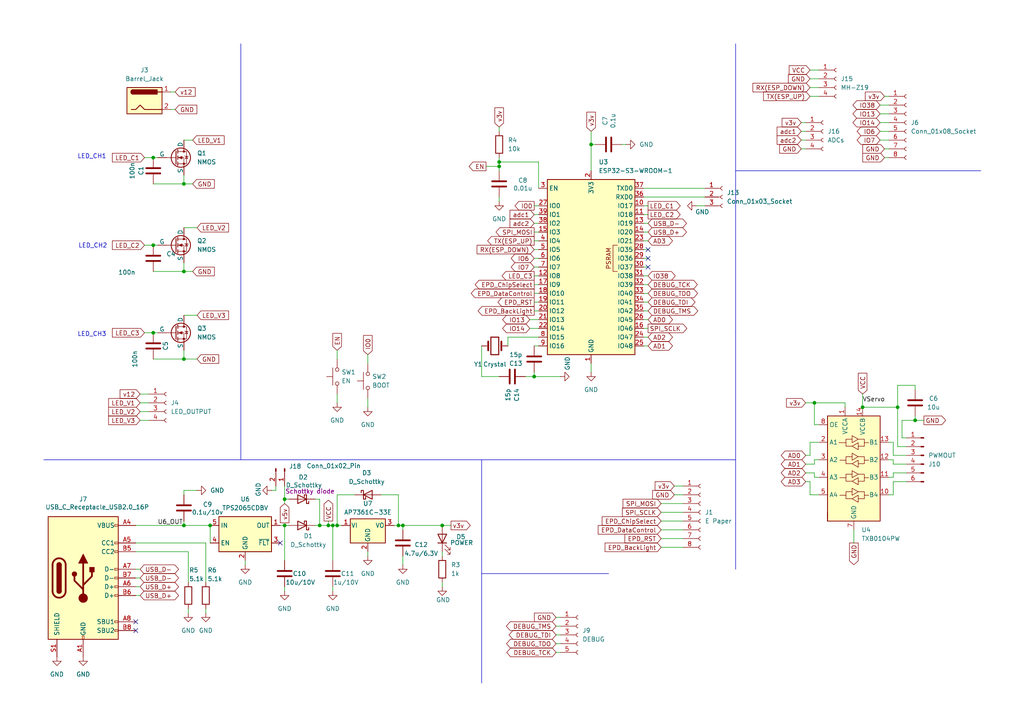
<source format=kicad_sch>
(kicad_sch (version 20231120) (generator "eeschema") (generator_version "8.0")
  (paper "A4")
  (junction (at 53.34 104.14))
  (junction (at 250.19 118.11))
  (junction (at 95.25 152.4))
  (junction (at 236.22 116.84))
  (junction (at 53.34 152.4))
  (junction (at 82.55 144.78))
  (junction (at 115.57 152.4))
  (junction (at 171.45 41.91))
  (junction (at 60.96 152.4))
  (junction (at 44.45 71.12))
  (junction (at 265.43 121.92))
  (junction (at 96.52 152.4))
  (junction (at 53.34 78.74))
  (junction (at 116.84 152.4))
  (junction (at 260.35 118.11))
  (junction (at 44.45 45.72))
  (junction (at 128.27 152.4))
  (junction (at 154.94 109.22))
  (junction (at 82.55 152.4))
  (junction (at 97.79 152.4))
  (junction (at 44.45 96.52))
  (junction (at 92.71 152.4))
  (junction (at 144.78 48.26))
  (junction (at 53.34 53.34))
  (junction (at 144.78 46.99))
  (no_connect (at 187.96 77.47))
  (no_connect (at 187.96 74.93))
  (no_connect (at 81.28 157.48))
  (no_connect (at 187.96 72.39))
  (no_connect (at 39.37 182.88))
  (no_connect (at 39.37 180.34))
  (wire (pts (xy 140.97 48.26) (xy 144.78 48.26)))
  (wire (pts (xy 44.45 96.52) (xy 45.72 96.52)))
  (wire (pts (xy 261.62 121.92) (xy 261.62 127)))
  (wire (pts (xy 144.78 109.22) (xy 139.7 109.22)))
  (wire (pts (xy 171.45 38.1) (xy 171.45 41.91)))
  (wire (pts (xy 153.67 92.71) (xy 156.21 92.71)))
  (wire (pts (xy 50.8 31.75) (xy 49.53 31.75)))
  (wire (pts (xy 236.22 138.43) (xy 237.49 138.43)))
  (wire (pts (xy 255.27 30.48) (xy 257.81 30.48)))
  (wire (pts (xy 256.54 45.72) (xy 257.81 45.72)))
  (wire (pts (xy 161.29 184.15) (xy 162.56 184.15)))
  (wire (pts (xy 78.74 142.24) (xy 80.01 142.24)))
  (wire (pts (xy 53.34 104.14) (xy 57.15 104.14)))
  (wire (pts (xy 259.08 139.7) (xy 262.89 139.7)))
  (wire (pts (xy 161.29 181.61) (xy 162.56 181.61)))
  (wire (pts (xy 233.68 137.16) (xy 236.22 137.16)))
  (wire (pts (xy 96.52 162.56) (xy 96.52 152.4)))
  (wire (pts (xy 40.64 119.38) (xy 43.18 119.38)))
  (wire (pts (xy 92.71 144.78) (xy 92.71 152.4)))
  (wire (pts (xy 161.29 189.23) (xy 162.56 189.23)))
  (wire (pts (xy 233.68 43.18) (xy 232.41 43.18)))
  (wire (pts (xy 154.94 82.55) (xy 156.21 82.55)))
  (wire (pts (xy 234.95 132.08) (xy 234.95 128.27)))
  (polyline (pts (xy 213.36 49.53) (xy 284.48 49.53)))
  (wire (pts (xy 80.01 142.24) (xy 80.01 140.97)))
  (wire (pts (xy 187.96 62.23) (xy 186.69 62.23)))
  (wire (pts (xy 53.34 66.04) (xy 57.15 66.04)))
  (wire (pts (xy 40.64 165.1) (xy 39.37 165.1)))
  (wire (pts (xy 91.44 144.78) (xy 92.71 144.78)))
  (wire (pts (xy 260.35 118.11) (xy 250.19 118.11)))
  (wire (pts (xy 53.34 53.34) (xy 55.88 53.34)))
  (wire (pts (xy 40.64 114.3) (xy 43.18 114.3)))
  (wire (pts (xy 233.68 139.7) (xy 234.95 139.7)))
  (wire (pts (xy 233.68 134.62) (xy 236.22 134.62)))
  (wire (pts (xy 154.94 87.63) (xy 156.21 87.63)))
  (wire (pts (xy 82.55 152.4) (xy 81.28 152.4)))
  (wire (pts (xy 152.4 109.22) (xy 154.94 109.22)))
  (wire (pts (xy 92.71 152.4) (xy 95.25 152.4)))
  (wire (pts (xy 187.96 77.47) (xy 186.69 77.47)))
  (wire (pts (xy 187.96 74.93) (xy 186.69 74.93)))
  (wire (pts (xy 265.43 111.76) (xy 265.43 113.03)))
  (wire (pts (xy 154.94 100.33) (xy 156.21 100.33)))
  (wire (pts (xy 259.08 134.62) (xy 262.89 134.62)))
  (wire (pts (xy 128.27 160.02) (xy 128.27 161.29)))
  (wire (pts (xy 187.96 64.77) (xy 186.69 64.77)))
  (wire (pts (xy 171.45 107.95) (xy 171.45 105.41)))
  (polyline (pts (xy 139.7 166.37) (xy 176.53 166.37)))
  (wire (pts (xy 257.81 138.43) (xy 259.08 138.43)))
  (wire (pts (xy 39.37 160.02) (xy 54.61 160.02)))
  (wire (pts (xy 161.29 179.07) (xy 162.56 179.07)))
  (wire (pts (xy 172.72 41.91) (xy 171.45 41.91)))
  (wire (pts (xy 95.25 151.13) (xy 95.25 152.4)))
  (wire (pts (xy 82.55 152.4) (xy 82.55 162.56)))
  (wire (pts (xy 40.64 167.64) (xy 39.37 167.64)))
  (wire (pts (xy 144.78 48.26) (xy 144.78 46.99)))
  (wire (pts (xy 191.77 153.67) (xy 198.12 153.67)))
  (wire (pts (xy 60.96 152.4) (xy 53.34 152.4)))
  (wire (pts (xy 233.68 132.08) (xy 234.95 132.08)))
  (wire (pts (xy 234.95 139.7) (xy 234.95 143.51)))
  (wire (pts (xy 260.35 111.76) (xy 265.43 111.76)))
  (wire (pts (xy 53.34 40.64) (xy 55.88 40.64)))
  (wire (pts (xy 40.64 116.84) (xy 43.18 116.84)))
  (wire (pts (xy 232.41 35.56) (xy 233.68 35.56)))
  (wire (pts (xy 57.15 142.24) (xy 53.34 142.24)))
  (wire (pts (xy 186.69 92.71) (xy 187.96 92.71)))
  (wire (pts (xy 187.96 72.39) (xy 186.69 72.39)))
  (wire (pts (xy 83.82 152.4) (xy 82.55 152.4)))
  (wire (pts (xy 39.37 170.18) (xy 40.64 170.18)))
  (wire (pts (xy 236.22 123.19) (xy 236.22 116.84)))
  (wire (pts (xy 147.32 100.33) (xy 147.32 97.79)))
  (wire (pts (xy 40.64 172.72) (xy 39.37 172.72)))
  (wire (pts (xy 153.67 95.25) (xy 156.21 95.25)))
  (wire (pts (xy 234.95 128.27) (xy 237.49 128.27)))
  (wire (pts (xy 59.69 157.48) (xy 59.69 168.91)))
  (wire (pts (xy 154.94 64.77) (xy 156.21 64.77)))
  (polyline (pts (xy 213.36 96.52) (xy 213.36 165.1)))
  (wire (pts (xy 110.49 143.51) (xy 115.57 143.51)))
  (wire (pts (xy 53.34 142.24) (xy 53.34 143.51)))
  (wire (pts (xy 236.22 116.84) (xy 245.11 116.84)))
  (wire (pts (xy 53.34 50.8) (xy 53.34 53.34)))
  (wire (pts (xy 156.21 46.99) (xy 156.21 54.61)))
  (wire (pts (xy 154.94 67.31) (xy 156.21 67.31)))
  (wire (pts (xy 191.77 151.13) (xy 198.12 151.13)))
  (wire (pts (xy 41.91 96.52) (xy 44.45 96.52)))
  (wire (pts (xy 232.41 38.1) (xy 233.68 38.1)))
  (wire (pts (xy 115.57 152.4) (xy 116.84 152.4)))
  (wire (pts (xy 54.61 177.8) (xy 54.61 176.53)))
  (wire (pts (xy 261.62 127) (xy 262.89 127)))
  (wire (pts (xy 44.45 45.72) (xy 45.72 45.72)))
  (wire (pts (xy 44.45 71.12) (xy 45.72 71.12)))
  (wire (pts (xy 44.45 53.34) (xy 53.34 53.34)))
  (wire (pts (xy 245.11 116.84) (xy 245.11 118.11)))
  (wire (pts (xy 154.94 72.39) (xy 156.21 72.39)))
  (wire (pts (xy 187.96 97.79) (xy 186.69 97.79)))
  (wire (pts (xy 260.35 129.54) (xy 262.89 129.54)))
  (wire (pts (xy 97.79 152.4) (xy 99.06 152.4)))
  (wire (pts (xy 128.27 152.4) (xy 130.81 152.4)))
  (polyline (pts (xy 213.36 12.7) (xy 213.36 49.53)))
  (wire (pts (xy 154.94 90.17) (xy 156.21 90.17)))
  (wire (pts (xy 187.96 100.33) (xy 186.69 100.33)))
  (wire (pts (xy 154.94 62.23) (xy 156.21 62.23)))
  (wire (pts (xy 233.68 116.84) (xy 236.22 116.84)))
  (wire (pts (xy 144.78 48.26) (xy 144.78 49.53)))
  (wire (pts (xy 255.27 33.02) (xy 257.81 33.02)))
  (wire (pts (xy 50.8 26.67) (xy 49.53 26.67)))
  (wire (pts (xy 53.34 151.13) (xy 53.34 152.4)))
  (wire (pts (xy 236.22 134.62) (xy 236.22 133.35)))
  (wire (pts (xy 161.29 186.69) (xy 162.56 186.69)))
  (wire (pts (xy 187.96 59.69) (xy 186.69 59.69)))
  (polyline (pts (xy 213.36 96.52) (xy 213.36 49.53)))
  (wire (pts (xy 260.35 118.11) (xy 260.35 129.54)))
  (wire (pts (xy 53.34 91.44) (xy 57.15 91.44)))
  (wire (pts (xy 234.95 143.51) (xy 237.49 143.51)))
  (wire (pts (xy 187.96 87.63) (xy 186.69 87.63)))
  (wire (pts (xy 265.43 121.92) (xy 267.97 121.92)))
  (wire (pts (xy 154.94 59.69) (xy 156.21 59.69)))
  (wire (pts (xy 236.22 133.35) (xy 237.49 133.35)))
  (wire (pts (xy 97.79 101.6) (xy 97.79 104.14)))
  (wire (pts (xy 171.45 41.91) (xy 171.45 49.53)))
  (wire (pts (xy 154.94 77.47) (xy 156.21 77.47)))
  (wire (pts (xy 59.69 177.8) (xy 59.69 176.53)))
  (wire (pts (xy 115.57 143.51) (xy 115.57 152.4)))
  (wire (pts (xy 154.94 74.93) (xy 156.21 74.93)))
  (polyline (pts (xy 12.7 133.35) (xy 139.7 133.35)))
  (wire (pts (xy 259.08 143.51) (xy 259.08 139.7)))
  (wire (pts (xy 237.49 123.19) (xy 236.22 123.19)))
  (wire (pts (xy 154.94 109.22) (xy 154.94 107.95)))
  (wire (pts (xy 259.08 132.08) (xy 262.89 132.08)))
  (wire (pts (xy 195.58 143.51) (xy 198.12 143.51)))
  (wire (pts (xy 116.84 152.4) (xy 128.27 152.4)))
  (wire (pts (xy 181.61 41.91) (xy 180.34 41.91)))
  (wire (pts (xy 102.87 143.51) (xy 97.79 143.51)))
  (wire (pts (xy 187.96 80.01) (xy 186.69 80.01)))
  (wire (pts (xy 53.34 101.6) (xy 53.34 104.14)))
  (wire (pts (xy 255.27 38.1) (xy 257.81 38.1)))
  (wire (pts (xy 256.54 43.18) (xy 257.81 43.18)))
  (wire (pts (xy 201.93 59.69) (xy 204.47 59.69)))
  (wire (pts (xy 53.34 78.74) (xy 55.88 78.74)))
  (wire (pts (xy 144.78 46.99) (xy 156.21 46.99)))
  (wire (pts (xy 261.62 121.92) (xy 265.43 121.92)))
  (wire (pts (xy 187.96 90.17) (xy 186.69 90.17)))
  (wire (pts (xy 106.68 161.29) (xy 106.68 160.02)))
  (wire (pts (xy 186.69 57.15) (xy 204.47 57.15)))
  (wire (pts (xy 236.22 137.16) (xy 236.22 138.43)))
  (wire (pts (xy 233.68 40.64) (xy 232.41 40.64)))
  (wire (pts (xy 259.08 133.35) (xy 259.08 134.62)))
  (wire (pts (xy 234.95 27.94) (xy 237.49 27.94)))
  (polyline (pts (xy 176.53 133.35) (xy 213.36 133.35)))
  (wire (pts (xy 191.77 148.59) (xy 198.12 148.59)))
  (wire (pts (xy 39.37 152.4) (xy 53.34 152.4)))
  (polyline (pts (xy 139.7 133.35) (xy 139.7 198.12)))
  (wire (pts (xy 187.96 85.09) (xy 186.69 85.09)))
  (wire (pts (xy 187.96 95.25) (xy 186.69 95.25)))
  (wire (pts (xy 54.61 160.02) (xy 54.61 168.91)))
  (wire (pts (xy 195.58 140.97) (xy 198.12 140.97)))
  (wire (pts (xy 186.69 54.61) (xy 204.47 54.61)))
  (wire (pts (xy 39.37 157.48) (xy 59.69 157.48)))
  (wire (pts (xy 259.08 137.16) (xy 262.89 137.16)))
  (wire (pts (xy 128.27 168.91) (xy 128.27 170.18)))
  (wire (pts (xy 260.35 118.11) (xy 260.35 111.76)))
  (wire (pts (xy 187.96 67.31) (xy 186.69 67.31)))
  (wire (pts (xy 187.96 82.55) (xy 186.69 82.55)))
  (wire (pts (xy 257.81 143.51) (xy 259.08 143.51)))
  (wire (pts (xy 53.34 76.2) (xy 53.34 78.74)))
  (wire (pts (xy 147.32 97.79) (xy 156.21 97.79)))
  (wire (pts (xy 265.43 120.65) (xy 265.43 121.92)))
  (wire (pts (xy 82.55 171.45) (xy 82.55 170.18)))
  (wire (pts (xy 191.77 156.21) (xy 198.12 156.21)))
  (wire (pts (xy 139.7 109.22) (xy 139.7 100.33)))
  (wire (pts (xy 154.94 69.85) (xy 156.21 69.85)))
  (wire (pts (xy 247.65 157.48) (xy 247.65 153.67)))
  (wire (pts (xy 92.71 152.4) (xy 91.44 152.4)))
  (wire (pts (xy 255.27 40.64) (xy 257.81 40.64)))
  (wire (pts (xy 96.52 152.4) (xy 97.79 152.4)))
  (wire (pts (xy 187.96 69.85) (xy 186.69 69.85)))
  (wire (pts (xy 106.68 118.11) (xy 106.68 115.57)))
  (wire (pts (xy 259.08 128.27) (xy 259.08 132.08)))
  (wire (pts (xy 144.78 36.83) (xy 144.78 38.1)))
  (wire (pts (xy 71.12 163.83) (xy 71.12 162.56)))
  (wire (pts (xy 82.55 144.78) (xy 83.82 144.78)))
  (wire (pts (xy 234.95 22.86) (xy 237.49 22.86)))
  (wire (pts (xy 234.95 25.4) (xy 237.49 25.4)))
  (wire (pts (xy 97.79 143.51) (xy 97.79 152.4)))
  (wire (pts (xy 44.45 104.14) (xy 53.34 104.14)))
  (wire (pts (xy 96.52 171.45) (xy 96.52 170.18)))
  (wire (pts (xy 257.81 133.35) (xy 259.08 133.35)))
  (wire (pts (xy 82.55 146.05) (xy 82.55 144.78)))
  (wire (pts (xy 154.94 85.09) (xy 156.21 85.09)))
  (wire (pts (xy 106.68 102.87) (xy 106.68 105.41)))
  (polyline (pts (xy 176.53 133.35) (xy 139.7 133.35)))
  (wire (pts (xy 191.77 146.05) (xy 198.12 146.05)))
  (wire (pts (xy 162.56 109.22) (xy 154.94 109.22)))
  (wire (pts (xy 116.84 153.67) (xy 116.84 152.4)))
  (wire (pts (xy 259.08 137.16) (xy 259.08 138.43)))
  (wire (pts (xy 97.79 116.84) (xy 97.79 114.3)))
  (wire (pts (xy 256.54 27.94) (xy 257.81 27.94)))
  (wire (pts (xy 115.57 152.4) (xy 114.3 152.4)))
  (wire (pts (xy 95.25 152.4) (xy 96.52 152.4)))
  (wire (pts (xy 116.84 161.29) (xy 116.84 163.83)))
  (polyline (pts (xy 69.85 12.7) (xy 69.85 133.35)))
  (wire (pts (xy 41.91 45.72) (xy 44.45 45.72)))
  (wire (pts (xy 41.91 71.12) (xy 44.45 71.12)))
  (wire (pts (xy 60.96 157.48) (xy 60.96 152.4)))
  (wire (pts (xy 154.94 80.01) (xy 156.21 80.01)))
  (wire (pts (xy 144.78 58.42) (xy 144.78 57.15)))
  (wire (pts (xy 191.77 158.75) (xy 198.12 158.75)))
  (wire (pts (xy 40.64 121.92) (xy 43.18 121.92)))
  (wire (pts (xy 82.55 140.97) (xy 82.55 144.78)))
  (wire (pts (xy 234.95 20.32) (xy 237.49 20.32)))
  (wire (pts (xy 250.19 114.3) (xy 250.19 118.11)))
  (wire (pts (xy 144.78 45.72) (xy 144.78 46.99)))
  (wire (pts (xy 255.27 35.56) (xy 257.81 35.56)))
  (wire (pts (xy 257.81 128.27) (xy 259.08 128.27)))
  (wire (pts (xy 44.45 78.74) (xy 53.34 78.74)))
  (text "LED_CH2" (at 26.924 71.374 0) (effects (font (size 1.27 1.27))))
  (text "LED_CH1" (at 26.67 45.466 0) (effects (font (size 1.27 1.27))))
  (text "LED_CH3" (at 26.67 97.028 0) (effects (font (size 1.27 1.27))))
  (label "U6_OUT" (at 45.72 152.4 0))
  (label "VServo" (at 250.19 116.84 0))
  (global_label "LED_V1" (shape input) (at 55.88 40.64 0) (property "Intersheetrefs" "${INTERSHEET_REFS}" (effects (hide yes))))
  (global_label "GND" (shape input) (at 50.8 31.75 0) (property "Intersheetrefs" "${INTERSHEET_REFS}" (effects (hide yes))))
  (global_label "v12" (shape input) (at 40.64 114.3 180) (property "Intersheetrefs" "${INTERSHEET_REFS}" (effects (hide yes))))
  (global_label "USB_D+" (shape bidirectional) (at 187.96 67.31 0) (property "Intersheetrefs" "${INTERSHEET_REFS}" (effects (hide yes))))
  (global_label "AD1" (shape bidirectional) (at 187.96 100.33 0) (property "Intersheetrefs" "${INTERSHEET_REFS}" (effects (hide yes))))
  (global_label "DEBUG_TDI" (shape bidirectional) (at 161.29 184.15 180) (property "Intersheetrefs" "${INTERSHEET_REFS}" (effects (hide yes))))
  (global_label "VCC" (shape output) (at 95.25 151.13 90) (property "Intersheetrefs" "${INTERSHEET_REFS}" (effects (hide yes))))
  (global_label "LED_C3" (shape output) (at 154.94 80.01 180) (property "Intersheetrefs" "${INTERSHEET_REFS}" (effects (hide yes))))
  (global_label "EPD_RST" (shape output) (at 154.94 87.63 180) (property "Intersheetrefs" "${INTERSHEET_REFS}" (effects (hide yes))))
  (global_label "TX(ESP_UP)" (shape input) (at 234.95 27.94 180) (property "Intersheetrefs" "${INTERSHEET_REFS}" (effects (hide yes))))
  (global_label "IO13" (shape bidirectional) (at 255.27 33.02 180) (property "Intersheetrefs" "${INTERSHEET_REFS}" (effects (hide yes))))
  (global_label "v3v" (shape input) (at 171.45 38.1 90) (property "Intersheetrefs" "${INTERSHEET_REFS}" (effects (hide yes))))
  (global_label "IO6" (shape bidirectional) (at 255.27 38.1 180) (property "Intersheetrefs" "${INTERSHEET_REFS}" (effects (hide yes))))
  (global_label "LED_C2" (shape input) (at 41.91 71.12 180) (property "Intersheetrefs" "${INTERSHEET_REFS}" (effects (hide yes))))
  (global_label "SPI_SCLK" (shape input) (at 191.77 148.59 180) (property "Intersheetrefs" "${INTERSHEET_REFS}" (effects (hide yes))))
  (global_label "VCC" (shape input) (at 234.95 20.32 180) (property "Intersheetrefs" "${INTERSHEET_REFS}" (effects (hide yes))))
  (global_label "AD3" (shape bidirectional) (at 233.68 139.7 180) (property "Intersheetrefs" "${INTERSHEET_REFS}" (effects (hide yes))))
  (global_label "v3v" (shape input) (at 144.78 36.83 90) (property "Intersheetrefs" "${INTERSHEET_REFS}" (effects (hide yes))))
  (global_label "GND" (shape input) (at 55.88 53.34 0) (property "Intersheetrefs" "${INTERSHEET_REFS}" (effects (hide yes))))
  (global_label "DEBUG_TDO" (shape bidirectional) (at 187.96 85.09 0) (property "Intersheetrefs" "${INTERSHEET_REFS}" (effects (hide yes))))
  (global_label "IO13" (shape bidirectional) (at 153.67 92.71 180) (property "Intersheetrefs" "${INTERSHEET_REFS}" (effects (hide yes))))
  (global_label "DEBUG_TMS" (shape bidirectional) (at 187.96 90.17 0) (property "Intersheetrefs" "${INTERSHEET_REFS}" (effects (hide yes))))
  (global_label "LED_C2" (shape output) (at 187.96 62.23 0) (property "Intersheetrefs" "${INTERSHEET_REFS}" (effects (hide yes))))
  (global_label "IO7" (shape bidirectional) (at 255.27 40.64 180) (property "Intersheetrefs" "${INTERSHEET_REFS}" (effects (hide yes))))
  (global_label "TX(ESP_UP)" (shape output) (at 154.94 69.85 180) (property "Intersheetrefs" "${INTERSHEET_REFS}" (effects (hide yes))))
  (global_label "GND" (shape output) (at 267.97 121.92 0) (property "Intersheetrefs" "${INTERSHEET_REFS}" (effects (hide yes))))
  (global_label "v12" (shape input) (at 50.8 26.67 0) (property "Intersheetrefs" "${INTERSHEET_REFS}" (effects (hide yes))))
  (global_label "AD0" (shape bidirectional) (at 187.96 92.71 0) (property "Intersheetrefs" "${INTERSHEET_REFS}" (effects (hide yes))))
  (global_label "SPI_MOSI" (shape output) (at 154.94 67.31 180) (property "Intersheetrefs" "${INTERSHEET_REFS}" (effects (hide yes))))
  (global_label "GND" (shape input) (at 234.95 22.86 180) (property "Intersheetrefs" "${INTERSHEET_REFS}" (effects (hide yes))))
  (global_label "DEBUG_TCK" (shape bidirectional) (at 161.29 189.23 180) (property "Intersheetrefs" "${INTERSHEET_REFS}" (effects (hide yes))))
  (global_label "VCC" (shape input) (at 250.19 114.3 90) (property "Intersheetrefs" "${INTERSHEET_REFS}" (effects (hide yes))))
  (global_label "DEBUG_TDO" (shape bidirectional) (at 161.29 186.69 180) (property "Intersheetrefs" "${INTERSHEET_REFS}" (effects (hide yes))))
  (global_label "AD0" (shape bidirectional) (at 233.68 132.08 180) (property "Intersheetrefs" "${INTERSHEET_REFS}" (effects (hide yes))))
  (global_label "LED_C1" (shape output) (at 187.96 59.69 0) (property "Intersheetrefs" "${INTERSHEET_REFS}" (effects (hide yes))))
  (global_label "EPD_BackLight" (shape input) (at 191.77 158.75 180) (property "Intersheetrefs" "${INTERSHEET_REFS}" (effects (hide yes))))
  (global_label "AD1" (shape bidirectional) (at 233.68 134.62 180) (property "Intersheetrefs" "${INTERSHEET_REFS}" (effects (hide yes))))
  (global_label "EN" (shape output) (at 140.97 48.26 180) (property "Intersheetrefs" "${INTERSHEET_REFS}" (effects (hide yes))))
  (global_label "v3v" (shape input) (at 233.68 116.84 180) (property "Intersheetrefs" "${INTERSHEET_REFS}" (effects (hide yes))))
  (global_label "LED_V3" (shape input) (at 40.64 121.92 180) (property "Intersheetrefs" "${INTERSHEET_REFS}" (effects (hide yes))))
  (global_label "SPI_SCLK" (shape output) (at 187.96 95.25 0) (property "Intersheetrefs" "${INTERSHEET_REFS}" (effects (hide yes))))
  (global_label "DEBUG_TMS" (shape bidirectional) (at 161.29 181.61 180) (property "Intersheetrefs" "${INTERSHEET_REFS}" (effects (hide yes))))
  (global_label "USB_D-" (shape bidirectional) (at 40.64 167.64 0) (property "Intersheetrefs" "${INTERSHEET_REFS}" (effects (hide yes))))
  (global_label "LED_C3" (shape input) (at 41.91 96.52 180) (property "Intersheetrefs" "${INTERSHEET_REFS}" (effects (hide yes))))
  (global_label "IO0" (shape output) (at 154.94 59.69 180) (property "Intersheetrefs" "${INTERSHEET_REFS}" (effects (hide yes))))
  (global_label "EPD_DataControl" (shape input) (at 191.77 153.67 180) (property "Intersheetrefs" "${INTERSHEET_REFS}" (effects (hide yes))))
  (global_label "v3v" (shape input) (at 256.54 27.94 180) (property "Intersheetrefs" "${INTERSHEET_REFS}" (effects (hide yes))))
  (global_label "DEBUG_TDI" (shape bidirectional) (at 187.96 87.63 0) (property "Intersheetrefs" "${INTERSHEET_REFS}" (effects (hide yes))))
  (global_label "RX(ESP_DOWN)" (shape input) (at 154.94 72.39 180) (property "Intersheetrefs" "${INTERSHEET_REFS}" (effects (hide yes))))
  (global_label "IO38" (shape bidirectional) (at 187.96 80.01 0) (property "Intersheetrefs" "${INTERSHEET_REFS}" (effects (hide yes))))
  (global_label "IO6" (shape bidirectional) (at 154.94 74.93 180) (property "Intersheetrefs" "${INTERSHEET_REFS}" (effects (hide yes))))
  (global_label "adc2" (shape input) (at 232.41 40.64 180) (property "Intersheetrefs" "${INTERSHEET_REFS}" (effects (hide yes))))
  (global_label "GND" (shape input) (at 55.88 78.74 0) (property "Intersheetrefs" "${INTERSHEET_REFS}" (effects (hide yes))))
  (global_label "AD2" (shape bidirectional) (at 233.68 137.16 180) (property "Intersheetrefs" "${INTERSHEET_REFS}" (effects (hide yes))))
  (global_label "GND" (shape input) (at 195.58 143.51 180) (property "Intersheetrefs" "${INTERSHEET_REFS}" (effects (hide yes))))
  (global_label "GND" (shape input) (at 161.29 179.07 180) (property "Intersheetrefs" "${INTERSHEET_REFS}" (effects (hide yes))))
  (global_label "DEBUG_TCK" (shape bidirectional) (at 187.96 82.55 0) (property "Intersheetrefs" "${INTERSHEET_REFS}" (effects (hide yes))))
  (global_label "EPD_RST" (shape input) (at 191.77 156.21 180) (property "Intersheetrefs" "${INTERSHEET_REFS}" (effects (hide yes))))
  (global_label "SPI_MOSI" (shape input) (at 191.77 146.05 180) (property "Intersheetrefs" "${INTERSHEET_REFS}" (effects (hide yes))))
  (global_label "AD2" (shape bidirectional) (at 187.96 97.79 0) (property "Intersheetrefs" "${INTERSHEET_REFS}" (effects (hide yes))))
  (global_label "AD3" (shape bidirectional) (at 187.96 69.85 0) (property "Intersheetrefs" "${INTERSHEET_REFS}" (effects (hide yes))))
  (global_label "USB_D-" (shape bidirectional) (at 187.96 64.77 0) (property "Intersheetrefs" "${INTERSHEET_REFS}" (effects (hide yes))))
  (global_label "GND" (shape input) (at 57.15 104.14 0) (property "Intersheetrefs" "${INTERSHEET_REFS}" (effects (hide yes))))
  (global_label "adc1" (shape input) (at 154.94 62.23 180) (property "Intersheetrefs" "${INTERSHEET_REFS}" (effects (hide yes))))
  (global_label "EN" (shape input) (at 97.79 101.6 90) (property "Intersheetrefs" "${INTERSHEET_REFS}" (effects (hide yes))))
  (global_label "IO38" (shape bidirectional) (at 255.27 30.48 180) (property "Intersheetrefs" "${INTERSHEET_REFS}" (effects (hide yes))))
  (global_label "IO14" (shape bidirectional) (at 153.67 95.25 180) (property "Intersheetrefs" "${INTERSHEET_REFS}" (effects (hide yes))))
  (global_label "USB_D+" (shape bidirectional) (at 40.64 172.72 0) (property "Intersheetrefs" "${INTERSHEET_REFS}" (effects (hide yes))))
  (global_label "LED_V3" (shape input) (at 57.15 91.44 0) (property "Intersheetrefs" "${INTERSHEET_REFS}" (effects (hide yes))))
  (global_label "LED_V2" (shape input) (at 40.64 119.38 180) (property "Intersheetrefs" "${INTERSHEET_REFS}" (effects (hide yes))))
  (global_label "GND" (shape input) (at 256.54 43.18 180) (property "Intersheetrefs" "${INTERSHEET_REFS}" (effects (hide yes))))
  (global_label "v3v" (shape input) (at 195.58 140.97 180) (property "Intersheetrefs" "${INTERSHEET_REFS}" (effects (hide yes))))
  (global_label "LED_V2" (shape input) (at 57.15 66.04 0) (property "Intersheetrefs" "${INTERSHEET_REFS}" (effects (hide yes))))
  (global_label "LED_V1" (shape input) (at 40.64 116.84 180) (property "Intersheetrefs" "${INTERSHEET_REFS}" (effects (hide yes))))
  (global_label "GND" (shape output) (at 247.65 157.48 270) (property "Intersheetrefs" "${INTERSHEET_REFS}" (effects (hide yes))))
  (global_label "EPD_ChipSelect" (shape output) (at 154.94 82.55 180) (property "Intersheetrefs" "${INTERSHEET_REFS}" (effects (hide yes))))
  (global_label "LED_C1" (shape input) (at 41.91 45.72 180) (property "Intersheetrefs" "${INTERSHEET_REFS}" (effects (hide yes))))
  (global_label "RX(ESP_DOWN)" (shape input) (at 234.95 25.4 180) (property "Intersheetrefs" "${INTERSHEET_REFS}" (effects (hide yes))))
  (global_label "EPD_BackLight" (shape output) (at 154.94 90.17 180) (property "Intersheetrefs" "${INTERSHEET_REFS}" (effects (hide yes))))
  (global_label "IO0" (shape input) (at 106.68 102.87 90) (property "Intersheetrefs" "${INTERSHEET_REFS}" (effects (hide yes))))
  (global_label "EPD_DataControl" (shape output) (at 154.94 85.09 180) (property "Intersheetrefs" "${INTERSHEET_REFS}" (effects (hide yes))))
  (global_label "USB_D-" (shape bidirectional) (at 40.64 165.1 0) (property "Intersheetrefs" "${INTERSHEET_REFS}" (effects (hide yes))))
  (global_label "v5v" (shape input) (at 82.55 146.05 270) (property "Intersheetrefs" "${INTERSHEET_REFS}" (effects (hide yes))))
  (global_label "adc1" (shape input) (at 232.41 38.1 180) (property "Intersheetrefs" "${INTERSHEET_REFS}" (effects (hide yes))))
  (global_label "EPD_ChipSelect" (shape input) (at 191.77 151.13 180) (property "Intersheetrefs" "${INTERSHEET_REFS}" (effects (hide yes))))
  (global_label "GND" (shape input) (at 232.41 43.18 180) (property "Intersheetrefs" "${INTERSHEET_REFS}" (effects (hide yes))))
  (global_label "adc2" (shape input) (at 154.94 64.77 180) (property "Intersheetrefs" "${INTERSHEET_REFS}" (effects (hide yes))))
  (global_label "v3v" (shape input) (at 232.41 35.56 180) (property "Intersheetrefs" "${INTERSHEET_REFS}" (effects (hide yes))))
  (global_label "IO7" (shape bidirectional) (at 154.94 77.47 180) (property "Intersheetrefs" "${INTERSHEET_REFS}" (effects (hide yes))))
  (global_label "v3v" (shape output) (at 130.81 152.4 0) (property "Intersheetrefs" "${INTERSHEET_REFS}" (effects (hide yes))))
  (global_label "USB_D+" (shape bidirectional) (at 40.64 170.18 0) (property "Intersheetrefs" "${INTERSHEET_REFS}" (effects (hide yes))))
  (global_label "GND" (shape input) (at 256.54 45.72 180) (property "Intersheetrefs" "${INTERSHEET_REFS}" (effects (hide yes))))
  (global_label "IO14" (shape bidirectional) (at 255.27 35.56 180) (property "Intersheetrefs" "${INTERSHEET_REFS}" (effects (hide yes))))
  (symbol (lib_id "power:GND") (at 82.55 171.45 0) (unit 1)
    (property "Reference" "#PWR011" (effects (hide yes)))
    (property "Value" "GND" (at 82.55 176.53 0))
    (property "Description" "Power symbol creates a global label with name \"GND\" , ground" (effects (hide yes)))
  )
  (symbol (lib_id "Device:LED") (at 128.27 156.21 90) (unit 1)
    (property "Reference" "D5" (at 132.334 155.702 90) (effects (justify right)))
    (property "Value" "POWER" (at 130.556 157.4166 90) (effects (justify right)))
    (property "Footprint" "LED_SMD:LED_0603_1608Metric" (effects (hide yes)))
    (property "Description" "Light emitting diode" (effects (hide yes)))
    (property "LCSC" "C2286" (effects (hide yes)))
  )
  (symbol (lib_id "power:GND") (at 106.68 118.11 0) (unit 1)
    (property "Reference" "#PWR015" (effects (hide yes)))
    (property "Value" "GND" (at 106.68 123.19 0))
    (property "Description" "Power symbol creates a global label with name \"GND\" , ground" (effects (hide yes)))
  )
  (symbol (lib_id "power:GND") (at 144.78 58.42 0) (unit 1)
    (property "Reference" "#PWR01" (effects (hide yes)))
    (property "Value" "GND" (at 144.78 63.5 0))
    (property "Description" "Power symbol creates a global label with name \"GND\" , ground" (effects (hide yes)))
  )
  (symbol (lib_id "RF_Module:ESP32-S3-WROOM-1") (at 171.45 77.47 0) (unit 1) (in_bom no)
    (property "Reference" "U3" (at 173.6441 46.99 0) (effects (justify left)))
    (property "Value" "ESP32-S3-WROOM-1" (at 173.6441 49.53 0) (effects (justify left)))
    (property "Footprint" "RF_Module:ESP32-S3-WROOM-1" (effects (hide yes)))
    (property "Datasheet" "https://www.espressif.com/sites/default/files/documentation/esp32-s3-wroom-1_wroom-1u_datasheet_en.pdf" (effects (hide yes)))
    (property "Description" "RF Module, ESP32-S3 SoC, Wi-Fi 802.11b/g/n, Bluetooth, BLE, 32-bit, 3.3V, onboard antenna, SMD" (effects (hide yes)))
  )
  (symbol (lib_id "Device:C") (at 148.59 109.22 270) (unit 1)
    (property "Reference" "C14" (at 149.86 114.554 0))
    (property "Value" "15p" (at 147.32 114.554 0))
    (property "Footprint" "Capacitor_SMD:C_0603_1608Metric" (effects (hide yes)))
    (property "Description" "Unpolarized capacitor" (effects (hide yes)))
    (property "LCSC" "C1644" (effects (hide yes)))
  )
  (symbol (lib_id "Device:C") (at 265.43 116.84 0) (unit 1)
    (property "Reference" "C6" (at 270.764 115.57 0))
    (property "Value" "10u" (at 270.764 118.11 0))
    (property "Footprint" "Capacitor_SMD:C_0603_1608Metric" (effects (hide yes)))
    (property "Description" "Unpolarized capacitor" (effects (hide yes)))
    (property "LCSC" "C19702" (effects (hide yes)))
  )
  (symbol (lib_id "Device:C") (at 53.34 147.32 0) (unit 1)
    (property "Reference" "C9" (at 60.198 146.304 0))
    (property "Value" "0.1u/10v" (at 60.198 148.59 0))
    (property "Footprint" "Capacitor_SMD:C_0603_1608Metric" (effects (hide yes)))
    (property "Description" "Unpolarized capacitor" (effects (hide yes)))
    (property "LCSC" "C14663" (effects (hide yes)))
  )
  (symbol (lib_id "power:GND") (at 128.27 170.18 0) (unit 1)
    (property "Reference" "#PWR020" (effects (hide yes)))
    (property "Value" "GND" (at 128.524 173.99 0))
    (property "Description" "Power symbol creates a global label with name \"GND\" , ground" (effects (hide yes)))
  )
  (symbol (lib_id "Device:R") (at 144.78 41.91 180) (unit 1)
    (property "Reference" "R4" (at 147.32 40.6399 0) (effects (justify right)))
    (property "Value" "10k" (at 147.32 43.1799 0) (effects (justify right)))
    (property "Footprint" "Resistor_SMD:R_0603_1608Metric" (effects (hide yes)))
    (property "Description" "Resistor" (effects (hide yes)))
    (property "LCSC" "C25804" (effects (hide yes)))
  )
  (symbol (lib_id "Regulator_Linear:AP7361C-33E") (at 106.68 152.4 0) (unit 1)
    (property "Reference" "U7" (at 106.68 146.05 0))
    (property "Value" "AP7361C-33E" (at 106.68 148.59 0))
    (property "Footprint" "Package_TO_SOT_SMD:SOT-223-3_TabPin2" (effects (hide yes)))
    (property "Datasheet" "https://www.diodes.com/assets/Datasheets/AP7361C.pdf" (effects (hide yes)))
    (property "Description" "1A Low Dropout regulator, positive, 3.3V fixed output, SOT-223" (effects (hide yes)))
    (property "LCSC" "C500795" (effects (hide yes)))
  )
  (symbol (lib_id "Connector:Conn_01x08_Socket") (at 203.2 148.59 0) (unit 1) (in_bom no)
    (property "Reference" "J1" (at 204.47 148.59 0) (effects (justify left)))
    (property "Value" "E Paper" (at 204.47 151.13 0) (effects (justify left)))
    (property "Footprint" "Connector_PinSocket_2.54mm:PinSocket_1x08_P2.54mm_Vertical" (effects (hide yes)))
    (property "Description" "Generic connector, single row, 01x08, script generated" (effects (hide yes)))
  )
  (symbol (lib_id "Connector:Conn_01x06_Pin") (at 267.97 132.08 0) (mirror y) (unit 1) (in_bom no)
    (property "Reference" "J10" (at 269.24 134.6201 0) (effects (justify right)))
    (property "Value" "PWMOUT" (at 269.24 132.0801 0) (effects (justify right)))
    (property "Footprint" "Connector_PinHeader_2.54mm:PinHeader_1x06_P2.54mm_Vertical" (effects (hide yes)))
    (property "Description" "Generic connector, single row, 01x06, script generated" (effects (hide yes)))
  )
  (symbol (lib_id "Connector:Conn_01x04_Socket") (at 238.76 38.1 0) (unit 1) (in_bom no)
    (property "Reference" "J16" (at 240.03 38.0999 0) (effects (justify left)))
    (property "Value" "ADCs" (at 240.03 40.6399 0) (effects (justify left)))
    (property "Footprint" "Connector_PinSocket_2.54mm:PinSocket_1x04_P2.54mm_Vertical" (effects (hide yes)))
    (property "Description" "Generic connector, single row, 01x04, script generated" (effects (hide yes)))
  )
  (symbol (lib_id "power:GND") (at 71.12 163.83 0) (unit 1)
    (property "Reference" "#PWR06" (effects (hide yes)))
    (property "Value" "GND" (at 71.12 168.91 0))
    (property "Description" "Power symbol creates a global label with name \"GND\" , ground" (effects (hide yes)))
  )
  (symbol (lib_id "Device:R") (at 54.61 172.72 180) (unit 1)
    (property "Reference" "R5" (at 54.864 165.354 0) (effects (justify right)))
    (property "Value" "5.1k" (at 54.864 167.894 0) (effects (justify right)))
    (property "Footprint" "Resistor_SMD:R_0603_1608Metric" (effects (hide yes)))
    (property "Description" "Resistor" (effects (hide yes)))
    (property "LCSC" "C23186" (effects (hide yes)))
  )
  (symbol (lib_id "Device:C") (at 154.94 104.14 180) (unit 1)
    (property "Reference" "C13" (at 149.606 105.41 0))
    (property "Value" "15p" (at 149.606 102.87 0))
    (property "Footprint" "Capacitor_SMD:C_0603_1608Metric" (effects (hide yes)))
    (property "Description" "Unpolarized capacitor" (effects (hide yes)))
    (property "LCSC" "C1644" (effects (hide yes)))
  )
  (symbol (lib_id "Connector:Barrel_Jack") (at 41.91 29.21 0) (unit 1) (in_bom no)
    (property "Reference" "J3" (at 41.91 20.32 0))
    (property "Value" "Barrel_Jack" (at 41.91 22.86 0))
    (property "Footprint" "Connector_BarrelJack:BarrelJack_GCT_DCJ200-10-A_Horizontal" (effects (hide yes)))
    (property "Description" "DC Barrel Jack" (effects (hide yes)))
  )
  (symbol (lib_id "power:GND") (at 96.52 171.45 0) (unit 1)
    (property "Reference" "#PWR012" (effects (hide yes)))
    (property "Value" "GND" (at 96.52 176.53 0))
    (property "Description" "Power symbol creates a global label with name \"GND\" , ground" (effects (hide yes)))
  )
  (symbol (lib_id "Device:D_Schottky") (at 106.68 143.51 0) (unit 1)
    (property "Reference" "D3" (at 106.3625 137.16 0))
    (property "Value" "D_Schottky" (at 106.3625 139.7 0))
    (property "Footprint" "Diode_SMD:D_SMA" (effects (hide yes)))
    (property "Description" "Schottky diode" (effects (hide yes)))
    (property "LCSC" "C123070" (effects (hide yes)))
  )
  (symbol (lib_id "power:GND") (at 57.15 142.24 90) (unit 1)
    (property "Reference" "#PWR010" (effects (hide yes)))
    (property "Value" "GND" (at 60.96 142.2399 90) (effects (justify right)))
    (property "Description" "Power symbol creates a global label with name \"GND\" , ground" (effects (hide yes)))
  )
  (symbol (lib_id "Device:C") (at 44.45 74.93 180) (unit 1)
    (property "Reference" "C4" (at 48.26 73.6599 0) (effects (justify right)))
    (property "Value" "100n" (at 34.29 78.994 0) (effects (justify right)))
    (property "Footprint" "Capacitor_SMD:C_0603_1608Metric" (effects (hide yes)))
    (property "Description" "Unpolarized capacitor" (effects (hide yes)))
    (property "LCSC" "C14663" (effects (hide yes)))
  )
  (symbol (lib_id "Device:C") (at 116.84 157.48 0) (unit 1)
    (property "Reference" "C12" (at 122.174 157.988 0))
    (property "Value" "4.7u/6.3V" (at 122.174 160.528 0))
    (property "Footprint" "Capacitor_SMD:C_0603_1608Metric" (effects (hide yes)))
    (property "Description" "Unpolarized capacitor" (effects (hide yes)))
    (property "LCSC" "C19666" (effects (hide yes)))
  )
  (symbol (lib_id "Logic_LevelTranslator:TXB0104PW") (at 247.65 135.89 0) (unit 1)
    (property "Reference" "U4" (at 249.8441 153.67 0) (effects (justify left)))
    (property "Value" "TXB0104PW" (at 249.8441 156.21 0) (effects (justify left)))
    (property "Footprint" "Package_SO:TSSOP-14_4.4x5mm_P0.65mm" (effects (hide yes)))
    (property "Datasheet" "http://www.ti.com/lit/ds/symlink/txb0104.pdf" (effects (hide yes)))
    (property "Description" "4-Bit Bidirectional Voltage-Level Translator, Auto Direction Sensing and ±15-kV ESD Protection, 1.2 - 3.6V APort, 1.65 - 5.5V BPort, TSSOP-14" (effects (hide yes)))
    (property "LCSC" "C60708" (effects (hide yes)))
  )
  (symbol (lib_id "Switch:SW_Push") (at 106.68 110.49 90) (unit 1)
    (property "Reference" "SW2" (at 107.95 109.2199 90) (effects (justify right)))
    (property "Value" "BOOT" (at 107.95 111.7599 90) (effects (justify right)))
    (property "Footprint" "paripalpp_button:TVAF06-A020B-R" (effects (hide yes)))
    (property "Description" "Push button switch, generic, two pins" (effects (hide yes)))
    (property "LCSC" "C2844396" (effects (hide yes)))
  )
  (symbol (lib_id "Switch:SW_Push") (at 97.79 109.22 90) (unit 1)
    (property "Reference" "SW1" (at 99.06 107.9499 90) (effects (justify right)))
    (property "Value" "EN" (at 99.06 110.4899 90) (effects (justify right)))
    (property "Footprint" "paripalpp_button:TVAF06-A020B-R" (effects (hide yes)))
    (property "Description" "Push button switch, generic, two pins" (effects (hide yes)))
    (property "LCSC" "C2844396" (effects (hide yes)))
  )
  (symbol (lib_id "power:GND") (at 16.51 190.5 0) (unit 1)
    (property "Reference" "#PWR02" (effects (hide yes)))
    (property "Value" "GND" (at 16.51 195.58 0))
    (property "Description" "Power symbol creates a global label with name \"GND\" , ground" (effects (hide yes)))
  )
  (symbol (lib_id "power:GND") (at 54.61 177.8 0) (unit 1)
    (property "Reference" "#PWR04" (effects (hide yes)))
    (property "Value" "GND" (at 54.61 182.88 0))
    (property "Description" "Power symbol creates a global label with name \"GND\" , ground" (effects (hide yes)))
  )
  (symbol (lib_id "Simulation_SPICE:NMOS") (at 50.8 71.12 0) (unit 1)
    (property "Reference" "Q2" (at 57.15 69.8499 0) (effects (justify left)))
    (property "Value" "NMOS" (at 57.15 72.3899 0) (effects (justify left)))
    (property "Footprint" "env-sensor:TO-252" (effects (hide yes)))
    (property "Datasheet" "https://ngspice.sourceforge.io/docs/ngspice-html-manual/manual.xhtml#cha_MOSFETs" (effects (hide yes)))
    (property "Description" "N-MOSFET transistor, drain/source/gate" (effects (hide yes)))
    (property "Sim.Device" "NMOS" (effects (hide yes)))
    (property "Sim.Type" "VDMOS" (effects (hide yes)))
    (property "Sim.Pins" "1=D 2=G 3=S" (effects (hide yes)))
    (property "LCSC" "C557932" (effects (hide yes)))
  )
  (symbol (lib_id "Simulation_SPICE:NMOS") (at 50.8 45.72 0) (unit 1)
    (property "Reference" "Q1" (at 57.15 44.4499 0) (effects (justify left)))
    (property "Value" "NMOS" (at 57.15 46.9899 0) (effects (justify left)))
    (property "Footprint" "env-sensor:TO-252" (effects (hide yes)))
    (property "Datasheet" "https://ngspice.sourceforge.io/docs/ngspice-html-manual/manual.xhtml#cha_MOSFETs" (effects (hide yes)))
    (property "Description" "N-MOSFET transistor, drain/source/gate" (effects (hide yes)))
    (property "Sim.Device" "NMOS" (effects (hide yes)))
    (property "Sim.Type" "VDMOS" (effects (hide yes)))
    (property "Sim.Pins" "1=D 2=G 3=S" (effects (hide yes)))
    (property "LCSC" "C557932" (effects (hide yes)))
  )
  (symbol (lib_id "Device:C") (at 176.53 41.91 90) (unit 1)
    (property "Reference" "C7" (at 175.514 35.052 0))
    (property "Value" "0.1u" (at 177.8 35.052 0))
    (property "Footprint" "Capacitor_SMD:C_0603_1608Metric" (effects (hide yes)))
    (property "Description" "Unpolarized capacitor" (effects (hide yes)))
    (property "LCSC" "C14663" (effects (hide yes)))
  )
  (symbol (lib_id "Power_Management:TPS2065CDBV") (at 71.12 154.94 0) (unit 1)
    (property "Reference" "U6" (at 71.12 144.78 0))
    (property "Value" "TPS2065CDBV" (at 71.12 147.32 0))
    (property "Footprint" "Package_TO_SOT_SMD:SOT-23-5" (effects (hide yes)))
    (property "Datasheet" "https://www.ti.com/lit/ds/symlink/tps2051c.pdf" (effects (hide yes)))
    (property "Description" "1A Current limited power switch, single channel, output discharge, reverse blocking, SOT-23-5" (effects (hide yes)))
    (property "LCSC" "C353882" (effects (hide yes)))
  )
  (symbol (lib_id "power:GND") (at 106.68 161.29 0) (unit 1)
    (property "Reference" "#PWR07" (effects (hide yes)))
    (property "Value" "GND" (at 106.68 166.37 0))
    (property "Description" "Power symbol creates a global label with name \"GND\" , ground" (effects (hide yes)))
  )
  (symbol (lib_id "power:GND") (at 171.45 107.95 0) (unit 1)
    (property "Reference" "#PWR08" (effects (hide yes)))
    (property "Value" "GND" (at 171.45 113.03 0))
    (property "Description" "Power symbol creates a global label with name \"GND\" , ground" (effects (hide yes)))
  )
  (symbol (lib_id "Connector:Conn_01x04_Socket") (at 48.26 116.84 0) (unit 1) (in_bom no)
    (property "Reference" "J4" (at 49.53 116.8399 0) (effects (justify left)))
    (property "Value" "LED_OUTPUT" (at 49.53 119.3799 0) (effects (justify left)))
    (property "Footprint" "Connector_PinHeader_2.54mm:PinHeader_1x04_P2.54mm_Vertical" (effects (hide yes)))
    (property "Description" "Generic connector, single row, 01x04, script generated" (effects (hide yes)))
  )
  (symbol (lib_id "Connector:Conn_01x02_Pin") (at 82.55 135.89 270) (unit 1) (in_bom no)
    (property "Reference" "J18" (at 83.82 135.2549 90) (effects (justify left)))
    (property "Value" "Conn_01x02_Pin" (at 88.9 135.128 90) (effects (justify left)))
    (property "Footprint" "Connector_PinHeader_2.54mm:PinHeader_1x02_P2.54mm_Vertical" (effects (hide yes)))
    (property "Description" "Generic connector, single row, 01x02, script generated" (effects (hide yes)))
  )
  (symbol (lib_id "Device:C") (at 144.78 53.34 0) (unit 1)
    (property "Reference" "C8" (at 151.638 52.324 0))
    (property "Value" "0.01u" (at 151.638 54.61 0))
    (property "Footprint" "Capacitor_SMD:C_0603_1608Metric" (effects (hide yes)))
    (property "Description" "Unpolarized capacitor" (effects (hide yes)))
    (property "LCSC" "C57112" (effects (hide yes)))
  )
  (symbol (lib_id "Device:D_Schottky") (at 87.63 152.4 180) (unit 1)
    (property "Reference" "D1" (at 89.408 155.448 0))
    (property "Value" "D_Schottky" (at 89.408 157.988 0))
    (property "Footprint" "Diode_SMD:D_SMA" (effects (hide yes)))
    (property "Description" "Schottky diode" (effects (hide yes)))
    (property "LCSC" "C123070" (effects (hide yes)))
  )
  (symbol (lib_id "Device:C") (at 44.45 100.33 180) (unit 1)
    (property "Reference" "C5" (at 48.006 100.33 90))
    (property "Value" "100n" (at 39.116 104.14 90))
    (property "Footprint" "Capacitor_SMD:C_0603_1608Metric" (effects (hide yes)))
    (property "Description" "Unpolarized capacitor" (effects (hide yes)))
    (property "LCSC" "C14663" (effects (hide yes)))
  )
  (symbol (lib_id "power:GND") (at 181.61 41.91 90) (unit 1)
    (property "Reference" "#PWR09" (effects (hide yes)))
    (property "Value" "GND" (at 185.42 41.9099 90) (effects (justify right)))
    (property "Description" "Power symbol creates a global label with name \"GND\" , ground" (effects (hide yes)))
  )
  (symbol (lib_id "power:GND") (at 78.74 142.24 270) (mirror x) (unit 1)
    (property "Reference" "#PWR018" (effects (hide yes)))
    (property "Value" "GND" (at 74.93 141.986 0))
    (property "Description" "Power symbol creates a global label with name \"GND\" , ground" (effects (hide yes)))
  )
  (symbol (lib_id "Device:R") (at 59.69 172.72 0) (unit 1)
    (property "Reference" "R6" (at 60.198 165.354 0) (effects (justify left)))
    (property "Value" "5.1k" (at 60.198 167.894 0) (effects (justify left)))
    (property "Footprint" "Resistor_SMD:R_0603_1608Metric" (effects (hide yes)))
    (property "Description" "Resistor" (effects (hide yes)))
    (property "LCSC" "C23186" (effects (hide yes)))
  )
  (symbol (lib_id "Connector:Conn_01x08_Socket") (at 262.89 35.56 0) (unit 1) (in_bom no)
    (property "Reference" "J6" (at 264.16 35.5599 0) (effects (justify left)))
    (property "Value" "Conn_01x08_Socket" (at 264.16 38.0999 0) (effects (justify left)))
    (property "Footprint" "Connector_PinSocket_2.54mm:PinSocket_2x04_P2.54mm_Vertical" (effects (hide yes)))
    (property "Description" "Generic connector, single row, 01x08, script generated" (effects (hide yes)))
  )
  (symbol (lib_id "Simulation_SPICE:NMOS") (at 50.8 96.52 0) (unit 1)
    (property "Reference" "Q3" (at 57.15 95.2499 0) (effects (justify left)))
    (property "Value" "NMOS" (at 57.15 97.7899 0) (effects (justify left)))
    (property "Footprint" "env-sensor:TO-252" (effects (hide yes)))
    (property "Datasheet" "https://ngspice.sourceforge.io/docs/ngspice-html-manual/manual.xhtml#cha_MOSFETs" (effects (hide yes)))
    (property "Description" "N-MOSFET transistor, drain/source/gate" (effects (hide yes)))
    (property "Sim.Device" "NMOS" (effects (hide yes)))
    (property "Sim.Type" "VDMOS" (effects (hide yes)))
    (property "Sim.Pins" "1=D 2=G 3=S" (effects (hide yes)))
    (property "LCSC" "C557932" (effects (hide yes)))
  )
  (symbol (lib_id "power:GND") (at 97.79 116.84 0) (unit 1)
    (property "Reference" "#PWR014" (effects (hide yes)))
    (property "Value" "GND" (at 97.79 121.92 0))
    (property "Description" "Power symbol creates a global label with name \"GND\" , ground" (effects (hide yes)))
  )
  (symbol (lib_id "Device:C") (at 82.55 166.37 0) (unit 1)
    (property "Reference" "C10" (at 86.868 166.37 0))
    (property "Value" "10u/10V" (at 87.122 168.91 0))
    (property "Footprint" "Capacitor_SMD:C_0603_1608Metric" (effects (hide yes)))
    (property "Description" "Unpolarized capacitor" (effects (hide yes)))
    (property "LCSC" "C19702" (effects (hide yes)))
  )
  (symbol (lib_id "Device:C") (at 44.45 49.53 0) (unit 1)
    (property "Reference" "C1" (at 40.894 49.53 90))
    (property "Value" "100n" (at 38.354 49.53 90))
    (property "Footprint" "Capacitor_SMD:C_0603_1608Metric" (effects (hide yes)))
    (property "Description" "Unpolarized capacitor" (effects (hide yes)))
    (property "LCSC" "C14663" (effects (hide yes)))
  )
  (symbol (lib_id "power:GND") (at 162.56 109.22 90) (unit 1)
    (property "Reference" "#PWR017" (effects (hide yes)))
    (property "Value" "GND" (at 164.592 105.41 0))
    (property "Description" "Power symbol creates a global label with name \"GND\" , ground" (effects (hide yes)))
  )
  (symbol (lib_id "power:GND") (at 24.13 190.5 0) (unit 1)
    (property "Reference" "#PWR03" (effects (hide yes)))
    (property "Value" "GND" (at 24.13 195.58 0))
    (property "Description" "Power symbol creates a global label with name \"GND\" , ground" (effects (hide yes)))
  )
  (symbol (lib_id "Device:R") (at 128.27 165.1 180) (unit 1)
    (property "Reference" "R3" (at 130.81 163.8299 0) (effects (justify right)))
    (property "Value" "1k" (at 130.81 166.3699 0) (effects (justify right)))
    (property "Footprint" "Resistor_SMD:R_0603_1608Metric" (effects (hide yes)))
    (property "Description" "Resistor" (effects (hide yes)))
    (property "LCSC" "C21190" (effects (hide yes)))
  )
  (symbol (lib_id "Connector:Conn_01x03_Socket") (at 209.55 57.15 0) (unit 1) (in_bom no)
    (property "Reference" "J13" (at 210.82 55.8799 0) (effects (justify left)))
    (property "Value" "Conn_01x03_Socket" (at 210.82 58.4199 0) (effects (justify left)))
    (property "Footprint" "Connector_PinHeader_2.54mm:PinHeader_1x03_P2.54mm_Vertical" (effects (hide yes)))
    (property "Description" "Generic connector, single row, 01x03, script generated" (effects (hide yes)))
  )
  (symbol (lib_id "Device:Crystal") (at 143.51 100.33 180) (unit 1)
    (property "Reference" "Y1" (at 138.684 105.664 0))
    (property "Value" "Crystal" (at 143.51 105.664 0))
    (property "Footprint" "Crystal:Crystal_SMD_3215-2Pin_3.2x1.5mm" (effects (hide yes)))
    (property "Description" "Two pin crystal" (effects (hide yes)))
    (property "LCSC" "C1669858" (effects (hide yes)))
  )
  (symbol (lib_id "Connector:USB_C_Receptacle_USB2.0_16P") (at 24.13 167.64 0) (unit 1)
    (property "Reference" "J7" (at 24.13 144.78 0))
    (property "Value" "USB_C_Receptacle_USB2.0_16P" (at 28.194 147.066 0))
    (property "Footprint" "Connector_USB:USB_C_Receptacle_GCT_USB4085" (effects (hide yes)))
    (property "Datasheet" "https://www.usb.org/sites/default/files/documents/usb_type-c.zip" (effects (hide yes)))
    (property "Description" "USB 2.0-only 16P Type-C Receptacle connector" (effects (hide yes)))
    (property "LCSC" "C7095263" (effects (hide yes)))
  )
  (symbol (lib_id "Device:C") (at 96.52 166.37 0) (unit 1)
    (property "Reference" "C11" (at 100.838 166.37 0))
    (property "Value" "1u/10V" (at 100.33 168.91 0))
    (property "Footprint" "Capacitor_SMD:C_0603_1608Metric" (effects (hide yes)))
    (property "Description" "Unpolarized capacitor" (effects (hide yes)))
    (property "LCSC" "C15849" (effects (hide yes)))
  )
  (symbol (lib_id "power:GND") (at 59.69 177.8 0) (unit 1)
    (property "Reference" "#PWR05" (effects (hide yes)))
    (property "Value" "GND" (at 59.69 182.88 0))
    (property "Description" "Power symbol creates a global label with name \"GND\" , ground" (effects (hide yes)))
  )
  (symbol (lib_id "power:GND") (at 116.84 163.83 0) (unit 1)
    (property "Reference" "#PWR013" (effects (hide yes)))
    (property "Value" "GND" (at 116.84 168.91 0))
    (property "Description" "Power symbol creates a global label with name \"GND\" , ground" (effects (hide yes)))
  )
  (symbol (lib_id "Connector:Conn_01x05_Socket") (at 167.64 184.15 0) (unit 1) (in_bom no)
    (property "Reference" "J9" (at 168.91 182.8799 0) (effects (justify left)))
    (property "Value" "DEBUG" (at 168.91 185.4199 0) (effects (justify left)))
    (property "Footprint" "Connector_PinHeader_2.54mm:PinHeader_1x05_P2.54mm_Vertical" (effects (hide yes)))
    (property "Description" "Generic connector, single row, 01x05, script generated" (effects (hide yes)))
  )
  (symbol (lib_id "Device:D_Schottky") (at 87.63 144.78 180) (unit 1)
    (property "Reference" "D2" (at 87.9475 138.43 0))
    (property "Value" "D_Schottky" (at 88.138 140.716 0))
    (property "Footprint" "Diode_SMD:D_SMA" (effects (hide yes)))
    (property "Description" "Schottky diode" (at 89.916 142.494 0))
    (property "LCSC" "C123070" (effects (hide yes)))
  )
  (symbol (lib_id "Connector:Conn_01x04_Socket") (at 242.57 22.86 0) (unit 1) (in_bom no)
    (property "Reference" "J15" (at 243.84 22.8599 0) (effects (justify left)))
    (property "Value" "MH-Z19" (at 243.84 25.3999 0) (effects (justify left)))
    (property "Footprint" "Connector_PinSocket_2.54mm:PinSocket_1x04_P2.54mm_Vertical" (effects (hide yes)))
    (property "Description" "Generic connector, single row, 01x04, script generated" (effects (hide yes)))
  )
  (symbol (lib_id "power:GND") (at 201.93 59.69 270) (unit 1)
    (property "Reference" "#PWR019" (effects (hide yes)))
    (property "Value" "GND" (at 205.74 61.468 90) (effects (justify right)))
    (property "Description" "Power symbol creates a global label with name \"GND\" , ground" (effects (hide yes)))
  )
)
</source>
